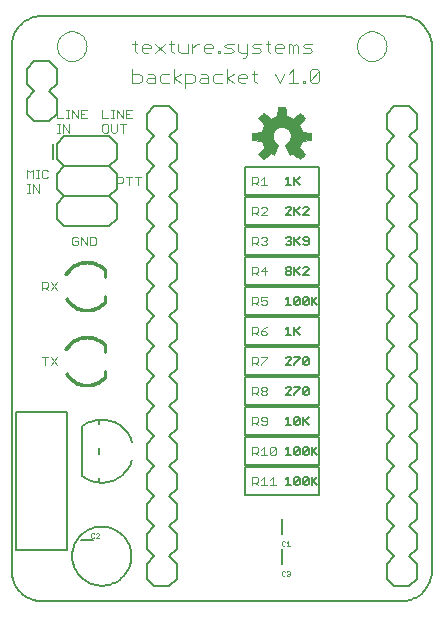
<source format=gto>
G75*
%MOIN*%
%OFA0B0*%
%FSLAX24Y24*%
%IPPOS*%
%LPD*%
%AMOC8*
5,1,8,0,0,1.08239X$1,22.5*
%
%ADD10C,0.0080*%
%ADD11C,0.0000*%
%ADD12C,0.0040*%
%ADD13C,0.0030*%
%ADD14C,0.0010*%
%ADD15C,0.0100*%
%ADD16C,0.0050*%
D10*
X021500Y001250D02*
X021500Y018750D01*
X022250Y018250D02*
X022750Y018250D01*
X023000Y018000D01*
X023000Y017500D01*
X022750Y017250D01*
X023000Y017000D01*
X023000Y016500D01*
X022750Y016250D01*
X022250Y016250D01*
X022000Y016500D01*
X022000Y017000D01*
X022250Y017250D01*
X022000Y017500D01*
X022000Y018000D01*
X022250Y018250D01*
X021500Y018750D02*
X021502Y018810D01*
X021507Y018871D01*
X021516Y018930D01*
X021529Y018989D01*
X021545Y019048D01*
X021565Y019105D01*
X021588Y019160D01*
X021615Y019215D01*
X021644Y019267D01*
X021677Y019318D01*
X021713Y019367D01*
X021751Y019413D01*
X021793Y019457D01*
X021837Y019499D01*
X021883Y019537D01*
X021932Y019573D01*
X021983Y019606D01*
X022035Y019635D01*
X022090Y019662D01*
X022145Y019685D01*
X022202Y019705D01*
X022261Y019721D01*
X022320Y019734D01*
X022379Y019743D01*
X022440Y019748D01*
X022500Y019750D01*
X034500Y019750D01*
X034560Y019748D01*
X034621Y019743D01*
X034680Y019734D01*
X034739Y019721D01*
X034798Y019705D01*
X034855Y019685D01*
X034910Y019662D01*
X034965Y019635D01*
X035017Y019606D01*
X035068Y019573D01*
X035117Y019537D01*
X035163Y019499D01*
X035207Y019457D01*
X035249Y019413D01*
X035287Y019367D01*
X035323Y019318D01*
X035356Y019267D01*
X035385Y019215D01*
X035412Y019160D01*
X035435Y019105D01*
X035455Y019048D01*
X035471Y018989D01*
X035484Y018930D01*
X035493Y018871D01*
X035498Y018810D01*
X035500Y018750D01*
X035500Y001250D01*
X035000Y001500D02*
X035000Y001000D01*
X034750Y000750D01*
X034250Y000750D01*
X034000Y001000D01*
X034000Y001500D01*
X034250Y001750D01*
X034000Y002000D01*
X034000Y002500D01*
X034250Y002750D01*
X034000Y003000D01*
X034000Y003500D01*
X034250Y003750D01*
X034000Y004000D01*
X034000Y004500D01*
X034250Y004750D01*
X034000Y005000D01*
X034000Y005500D01*
X034250Y005750D01*
X034000Y006000D01*
X034000Y006500D01*
X034250Y006750D01*
X034000Y007000D01*
X034000Y007500D01*
X034250Y007750D01*
X034000Y008000D01*
X034000Y008500D01*
X034250Y008750D01*
X034000Y009000D01*
X034000Y009500D01*
X034250Y009750D01*
X034000Y010000D01*
X034000Y010500D01*
X034250Y010750D01*
X034000Y011000D01*
X034000Y011500D01*
X034250Y011750D01*
X034000Y012000D01*
X034000Y012500D01*
X034250Y012750D01*
X034000Y013000D01*
X034000Y013500D01*
X034250Y013750D01*
X034000Y014000D01*
X034000Y014500D01*
X034250Y014750D01*
X034000Y015000D01*
X034000Y015500D01*
X034250Y015750D01*
X034000Y016000D01*
X034000Y016500D01*
X034250Y016750D01*
X034750Y016750D01*
X035000Y016500D01*
X035000Y016000D01*
X034750Y015750D01*
X035000Y015500D01*
X035000Y015000D01*
X034750Y014750D01*
X035000Y014500D01*
X035000Y014000D01*
X034750Y013750D01*
X035000Y013500D01*
X035000Y013000D01*
X034750Y012750D01*
X035000Y012500D01*
X035000Y012000D01*
X034750Y011750D01*
X035000Y011500D01*
X035000Y011000D01*
X034750Y010750D01*
X035000Y010500D01*
X035000Y010000D01*
X034750Y009750D01*
X035000Y009500D01*
X035000Y009000D01*
X034750Y008750D01*
X035000Y008500D01*
X035000Y008000D01*
X034750Y007750D01*
X035000Y007500D01*
X035000Y007000D01*
X034750Y006750D01*
X035000Y006500D01*
X035000Y006000D01*
X034750Y005750D01*
X035000Y005500D01*
X035000Y005000D01*
X034750Y004750D01*
X035000Y004500D01*
X035000Y004000D01*
X034750Y003750D01*
X035000Y003500D01*
X035000Y003000D01*
X034750Y002750D01*
X035000Y002500D01*
X035000Y002000D01*
X034750Y001750D01*
X035000Y001500D01*
X035500Y001250D02*
X035498Y001190D01*
X035493Y001129D01*
X035484Y001070D01*
X035471Y001011D01*
X035455Y000952D01*
X035435Y000895D01*
X035412Y000840D01*
X035385Y000785D01*
X035356Y000733D01*
X035323Y000682D01*
X035287Y000633D01*
X035249Y000587D01*
X035207Y000543D01*
X035163Y000501D01*
X035117Y000463D01*
X035068Y000427D01*
X035017Y000394D01*
X034965Y000365D01*
X034910Y000338D01*
X034855Y000315D01*
X034798Y000295D01*
X034739Y000279D01*
X034680Y000266D01*
X034621Y000257D01*
X034560Y000252D01*
X034500Y000250D01*
X022500Y000250D01*
X022440Y000252D01*
X022379Y000257D01*
X022320Y000266D01*
X022261Y000279D01*
X022202Y000295D01*
X022145Y000315D01*
X022090Y000338D01*
X022035Y000365D01*
X021983Y000394D01*
X021932Y000427D01*
X021883Y000463D01*
X021837Y000501D01*
X021793Y000543D01*
X021751Y000587D01*
X021713Y000633D01*
X021677Y000682D01*
X021644Y000733D01*
X021615Y000785D01*
X021588Y000840D01*
X021565Y000895D01*
X021545Y000952D01*
X021529Y001011D01*
X021516Y001070D01*
X021507Y001129D01*
X021502Y001190D01*
X021500Y001250D01*
X021644Y001961D02*
X021644Y006539D01*
X023356Y006539D01*
X023356Y001961D01*
X021644Y001961D01*
X023800Y002300D02*
X024200Y002300D01*
X023516Y001750D02*
X023518Y001812D01*
X023524Y001875D01*
X023534Y001936D01*
X023548Y001997D01*
X023565Y002057D01*
X023586Y002116D01*
X023612Y002173D01*
X023640Y002228D01*
X023672Y002282D01*
X023708Y002333D01*
X023746Y002383D01*
X023788Y002429D01*
X023832Y002473D01*
X023880Y002514D01*
X023929Y002552D01*
X023981Y002586D01*
X024035Y002617D01*
X024091Y002645D01*
X024149Y002669D01*
X024208Y002690D01*
X024268Y002706D01*
X024329Y002719D01*
X024391Y002728D01*
X024453Y002733D01*
X024516Y002734D01*
X024578Y002731D01*
X024640Y002724D01*
X024702Y002713D01*
X024762Y002698D01*
X024822Y002680D01*
X024880Y002658D01*
X024937Y002632D01*
X024992Y002602D01*
X025045Y002569D01*
X025096Y002533D01*
X025144Y002494D01*
X025190Y002451D01*
X025233Y002406D01*
X025273Y002358D01*
X025310Y002308D01*
X025344Y002255D01*
X025375Y002201D01*
X025401Y002145D01*
X025425Y002087D01*
X025444Y002027D01*
X025460Y001967D01*
X025472Y001905D01*
X025480Y001844D01*
X025484Y001781D01*
X025484Y001719D01*
X025480Y001656D01*
X025472Y001595D01*
X025460Y001533D01*
X025444Y001473D01*
X025425Y001413D01*
X025401Y001355D01*
X025375Y001299D01*
X025344Y001245D01*
X025310Y001192D01*
X025273Y001142D01*
X025233Y001094D01*
X025190Y001049D01*
X025144Y001006D01*
X025096Y000967D01*
X025045Y000931D01*
X024992Y000898D01*
X024937Y000868D01*
X024880Y000842D01*
X024822Y000820D01*
X024762Y000802D01*
X024702Y000787D01*
X024640Y000776D01*
X024578Y000769D01*
X024516Y000766D01*
X024453Y000767D01*
X024391Y000772D01*
X024329Y000781D01*
X024268Y000794D01*
X024208Y000810D01*
X024149Y000831D01*
X024091Y000855D01*
X024035Y000883D01*
X023981Y000914D01*
X023929Y000948D01*
X023880Y000986D01*
X023832Y001027D01*
X023788Y001071D01*
X023746Y001117D01*
X023708Y001167D01*
X023672Y001218D01*
X023640Y001272D01*
X023612Y001327D01*
X023586Y001384D01*
X023565Y001443D01*
X023548Y001503D01*
X023534Y001564D01*
X023524Y001625D01*
X023518Y001688D01*
X023516Y001750D01*
X026000Y001500D02*
X026000Y001000D01*
X026250Y000750D01*
X026750Y000750D01*
X027000Y001000D01*
X027000Y001500D01*
X026750Y001750D01*
X027000Y002000D01*
X027000Y002500D01*
X026750Y002750D01*
X027000Y003000D01*
X027000Y003500D01*
X026750Y003750D01*
X027000Y004000D01*
X027000Y004500D01*
X026750Y004750D01*
X027000Y005000D01*
X027000Y005500D01*
X026750Y005750D01*
X027000Y006000D01*
X027000Y006500D01*
X026750Y006750D01*
X027000Y007000D01*
X027000Y007500D01*
X026750Y007750D01*
X027000Y008000D01*
X027000Y008500D01*
X026750Y008750D01*
X027000Y009000D01*
X027000Y009500D01*
X026750Y009750D01*
X027000Y010000D01*
X027000Y010500D01*
X026750Y010750D01*
X027000Y011000D01*
X027000Y011500D01*
X026750Y011750D01*
X027000Y012000D01*
X027000Y012500D01*
X026750Y012750D01*
X027000Y013000D01*
X027000Y013500D01*
X026750Y013750D01*
X027000Y014000D01*
X027000Y014500D01*
X026750Y014750D01*
X027000Y015000D01*
X027000Y015500D01*
X026750Y015750D01*
X027000Y016000D01*
X027000Y016500D01*
X026750Y016750D01*
X026250Y016750D01*
X026000Y016500D01*
X026000Y016000D01*
X026250Y015750D01*
X026000Y015500D01*
X026000Y015000D01*
X026250Y014750D01*
X026000Y014500D01*
X026000Y014000D01*
X026250Y013750D01*
X026000Y013500D01*
X026000Y013000D01*
X026250Y012750D01*
X026000Y012500D01*
X026000Y012000D01*
X026250Y011750D01*
X026000Y011500D01*
X026000Y011000D01*
X026250Y010750D01*
X026000Y010500D01*
X026000Y010000D01*
X026250Y009750D01*
X026000Y009500D01*
X026000Y009000D01*
X026250Y008750D01*
X026000Y008500D01*
X026000Y008000D01*
X026250Y007750D01*
X026000Y007500D01*
X026000Y007000D01*
X026250Y006750D01*
X026000Y006500D01*
X026000Y006000D01*
X026250Y005750D01*
X026000Y005500D01*
X026000Y005000D01*
X026250Y004750D01*
X026000Y004500D01*
X026000Y004000D01*
X026250Y003750D01*
X026000Y003500D01*
X026000Y003000D01*
X026250Y002750D01*
X026000Y002500D01*
X026000Y002000D01*
X026250Y001750D01*
X026000Y001500D01*
X026250Y000750D02*
X026750Y000750D01*
X030500Y001500D02*
X030500Y002000D01*
X030500Y002500D02*
X030500Y003000D01*
X031740Y003778D02*
X029260Y003778D01*
X029260Y004722D01*
X031740Y004722D01*
X031740Y003778D01*
X031740Y004778D02*
X029260Y004778D01*
X029260Y005722D01*
X031740Y005722D01*
X031740Y004778D01*
X031740Y005778D02*
X029260Y005778D01*
X029260Y006722D01*
X031740Y006722D01*
X031740Y005778D01*
X031740Y006778D02*
X029260Y006778D01*
X029260Y007722D01*
X031740Y007722D01*
X031740Y006778D01*
X031740Y007778D02*
X029260Y007778D01*
X029260Y008722D01*
X031740Y008722D01*
X031740Y007778D01*
X031740Y008778D02*
X029260Y008778D01*
X029260Y009722D01*
X031740Y009722D01*
X031740Y008778D01*
X031740Y009778D02*
X029260Y009778D01*
X029260Y010722D01*
X031740Y010722D01*
X031740Y009778D01*
X031740Y010778D02*
X029260Y010778D01*
X029260Y011722D01*
X031740Y011722D01*
X031740Y010778D01*
X031740Y011778D02*
X029260Y011778D01*
X029260Y012722D01*
X031740Y012722D01*
X031740Y011778D01*
X031740Y012778D02*
X029260Y012778D01*
X029260Y013722D01*
X031740Y013722D01*
X031740Y012778D01*
X031740Y013778D02*
X029260Y013778D01*
X029260Y014722D01*
X031740Y014722D01*
X031740Y013778D01*
X034250Y016750D02*
X034750Y016750D01*
X026750Y016750D02*
X026250Y016750D01*
X025000Y015500D02*
X024750Y015750D01*
X023250Y015750D01*
X023000Y015500D01*
X023000Y015000D01*
X023250Y014750D01*
X024750Y014750D01*
X025000Y014500D01*
X025000Y014000D01*
X024750Y013750D01*
X023250Y013750D01*
X023000Y013500D01*
X023000Y013000D01*
X023250Y012750D01*
X024750Y012750D01*
X025000Y013000D01*
X025000Y013500D01*
X024750Y013750D01*
X023250Y013750D02*
X023000Y014000D01*
X023000Y014500D01*
X023250Y014750D01*
X022868Y015000D02*
X022868Y015500D01*
X024750Y014750D02*
X025000Y015000D01*
X025000Y015500D01*
X024400Y006295D02*
X024400Y006137D01*
X023850Y006075D02*
X023850Y004425D01*
X024400Y004363D02*
X024400Y004205D01*
X024400Y005137D02*
X024400Y005363D01*
X023850Y004425D02*
X023901Y004388D01*
X023954Y004353D01*
X024010Y004321D01*
X024067Y004293D01*
X024126Y004269D01*
X024186Y004248D01*
X024247Y004231D01*
X024309Y004217D01*
X024372Y004208D01*
X024435Y004202D01*
X024499Y004200D01*
X024563Y004202D01*
X024626Y004208D01*
X024689Y004217D01*
X024751Y004230D01*
X024812Y004248D01*
X024872Y004268D01*
X024931Y004293D01*
X024988Y004320D01*
X025044Y004352D01*
X025097Y004386D01*
X025148Y004424D01*
X025197Y004465D01*
X025243Y004509D01*
X025287Y004555D01*
X025328Y004604D01*
X025365Y004655D01*
X025400Y004709D01*
X025431Y004764D01*
X025459Y004821D01*
X025483Y004880D01*
X025503Y004940D01*
X025503Y005560D02*
X025483Y005620D01*
X025459Y005679D01*
X025431Y005736D01*
X025400Y005791D01*
X025365Y005845D01*
X025328Y005896D01*
X025287Y005945D01*
X025243Y005991D01*
X025197Y006035D01*
X025148Y006076D01*
X025097Y006114D01*
X025044Y006148D01*
X024988Y006179D01*
X024931Y006207D01*
X024872Y006232D01*
X024812Y006252D01*
X024751Y006270D01*
X024689Y006283D01*
X024626Y006292D01*
X024563Y006298D01*
X024499Y006300D01*
X024435Y006298D01*
X024372Y006292D01*
X024309Y006283D01*
X024247Y006269D01*
X024186Y006252D01*
X024126Y006231D01*
X024067Y006207D01*
X024010Y006179D01*
X023954Y006147D01*
X023901Y006112D01*
X023850Y006075D01*
X034250Y000750D02*
X034750Y000750D01*
D11*
X033008Y018750D02*
X033010Y018794D01*
X033016Y018838D01*
X033026Y018881D01*
X033039Y018923D01*
X033057Y018963D01*
X033078Y019002D01*
X033102Y019039D01*
X033129Y019074D01*
X033160Y019106D01*
X033193Y019135D01*
X033229Y019161D01*
X033267Y019183D01*
X033307Y019202D01*
X033348Y019218D01*
X033391Y019230D01*
X033434Y019238D01*
X033478Y019242D01*
X033522Y019242D01*
X033566Y019238D01*
X033609Y019230D01*
X033652Y019218D01*
X033693Y019202D01*
X033733Y019183D01*
X033771Y019161D01*
X033807Y019135D01*
X033840Y019106D01*
X033871Y019074D01*
X033898Y019039D01*
X033922Y019002D01*
X033943Y018963D01*
X033961Y018923D01*
X033974Y018881D01*
X033984Y018838D01*
X033990Y018794D01*
X033992Y018750D01*
X033990Y018706D01*
X033984Y018662D01*
X033974Y018619D01*
X033961Y018577D01*
X033943Y018537D01*
X033922Y018498D01*
X033898Y018461D01*
X033871Y018426D01*
X033840Y018394D01*
X033807Y018365D01*
X033771Y018339D01*
X033733Y018317D01*
X033693Y018298D01*
X033652Y018282D01*
X033609Y018270D01*
X033566Y018262D01*
X033522Y018258D01*
X033478Y018258D01*
X033434Y018262D01*
X033391Y018270D01*
X033348Y018282D01*
X033307Y018298D01*
X033267Y018317D01*
X033229Y018339D01*
X033193Y018365D01*
X033160Y018394D01*
X033129Y018426D01*
X033102Y018461D01*
X033078Y018498D01*
X033057Y018537D01*
X033039Y018577D01*
X033026Y018619D01*
X033016Y018662D01*
X033010Y018706D01*
X033008Y018750D01*
X023008Y018750D02*
X023010Y018794D01*
X023016Y018838D01*
X023026Y018881D01*
X023039Y018923D01*
X023057Y018963D01*
X023078Y019002D01*
X023102Y019039D01*
X023129Y019074D01*
X023160Y019106D01*
X023193Y019135D01*
X023229Y019161D01*
X023267Y019183D01*
X023307Y019202D01*
X023348Y019218D01*
X023391Y019230D01*
X023434Y019238D01*
X023478Y019242D01*
X023522Y019242D01*
X023566Y019238D01*
X023609Y019230D01*
X023652Y019218D01*
X023693Y019202D01*
X023733Y019183D01*
X023771Y019161D01*
X023807Y019135D01*
X023840Y019106D01*
X023871Y019074D01*
X023898Y019039D01*
X023922Y019002D01*
X023943Y018963D01*
X023961Y018923D01*
X023974Y018881D01*
X023984Y018838D01*
X023990Y018794D01*
X023992Y018750D01*
X023990Y018706D01*
X023984Y018662D01*
X023974Y018619D01*
X023961Y018577D01*
X023943Y018537D01*
X023922Y018498D01*
X023898Y018461D01*
X023871Y018426D01*
X023840Y018394D01*
X023807Y018365D01*
X023771Y018339D01*
X023733Y018317D01*
X023693Y018298D01*
X023652Y018282D01*
X023609Y018270D01*
X023566Y018262D01*
X023522Y018258D01*
X023478Y018258D01*
X023434Y018262D01*
X023391Y018270D01*
X023348Y018282D01*
X023307Y018298D01*
X023267Y018317D01*
X023229Y018339D01*
X023193Y018365D01*
X023160Y018394D01*
X023129Y018426D01*
X023102Y018461D01*
X023078Y018498D01*
X023057Y018537D01*
X023039Y018577D01*
X023026Y018619D01*
X023016Y018662D01*
X023010Y018706D01*
X023008Y018750D01*
D12*
X025520Y018827D02*
X025673Y018827D01*
X025597Y018904D02*
X025597Y018597D01*
X025673Y018520D01*
X025827Y018597D02*
X025827Y018750D01*
X025904Y018827D01*
X026057Y018827D01*
X026134Y018750D01*
X026134Y018673D01*
X025827Y018673D01*
X025827Y018597D02*
X025904Y018520D01*
X026057Y018520D01*
X026287Y018520D02*
X026594Y018827D01*
X026748Y018827D02*
X026901Y018827D01*
X026824Y018904D02*
X026824Y018597D01*
X026901Y018520D01*
X027055Y018597D02*
X027131Y018520D01*
X027362Y018520D01*
X027362Y018827D01*
X027515Y018827D02*
X027515Y018520D01*
X027515Y018673D02*
X027668Y018827D01*
X027745Y018827D01*
X027899Y018750D02*
X027899Y018597D01*
X027975Y018520D01*
X028129Y018520D01*
X028206Y018673D02*
X027899Y018673D01*
X027899Y018750D02*
X027975Y018827D01*
X028129Y018827D01*
X028206Y018750D01*
X028206Y018673D01*
X028359Y018597D02*
X028436Y018597D01*
X028436Y018520D01*
X028359Y018520D01*
X028359Y018597D01*
X028589Y018520D02*
X028819Y018520D01*
X028896Y018597D01*
X028819Y018673D01*
X028666Y018673D01*
X028589Y018750D01*
X028666Y018827D01*
X028896Y018827D01*
X029050Y018827D02*
X029050Y018597D01*
X029126Y018520D01*
X029357Y018520D01*
X029357Y018443D02*
X029280Y018367D01*
X029203Y018367D01*
X029357Y018443D02*
X029357Y018827D01*
X029510Y018750D02*
X029587Y018827D01*
X029817Y018827D01*
X029970Y018827D02*
X030124Y018827D01*
X030047Y018904D02*
X030047Y018597D01*
X030124Y018520D01*
X030277Y018597D02*
X030277Y018750D01*
X030354Y018827D01*
X030508Y018827D01*
X030584Y018750D01*
X030584Y018673D01*
X030277Y018673D01*
X030277Y018597D02*
X030354Y018520D01*
X030508Y018520D01*
X030738Y018520D02*
X030738Y018827D01*
X030815Y018827D01*
X030891Y018750D01*
X030968Y018827D01*
X031045Y018750D01*
X031045Y018520D01*
X031198Y018520D02*
X031428Y018520D01*
X031505Y018597D01*
X031428Y018673D01*
X031275Y018673D01*
X031198Y018750D01*
X031275Y018827D01*
X031505Y018827D01*
X030891Y018750D02*
X030891Y018520D01*
X030891Y017980D02*
X030891Y017520D01*
X030738Y017520D02*
X031045Y017520D01*
X031198Y017520D02*
X031275Y017520D01*
X031275Y017597D01*
X031198Y017597D01*
X031198Y017520D01*
X031428Y017597D02*
X031428Y017904D01*
X031505Y017980D01*
X031659Y017980D01*
X031735Y017904D01*
X031428Y017597D01*
X031505Y017520D01*
X031659Y017520D01*
X031735Y017597D01*
X031735Y017904D01*
X030891Y017980D02*
X030738Y017827D01*
X030584Y017827D02*
X030431Y017520D01*
X030277Y017827D01*
X029664Y017827D02*
X029510Y017827D01*
X029587Y017904D02*
X029587Y017597D01*
X029664Y017520D01*
X029357Y017673D02*
X029357Y017750D01*
X029280Y017827D01*
X029126Y017827D01*
X029050Y017750D01*
X029050Y017597D01*
X029126Y017520D01*
X029280Y017520D01*
X029357Y017673D02*
X029050Y017673D01*
X028896Y017520D02*
X028666Y017673D01*
X028896Y017827D01*
X028666Y017980D02*
X028666Y017520D01*
X028513Y017520D02*
X028282Y017520D01*
X028206Y017597D01*
X028206Y017750D01*
X028282Y017827D01*
X028513Y017827D01*
X028052Y017750D02*
X028052Y017520D01*
X027822Y017520D01*
X027745Y017597D01*
X027822Y017673D01*
X028052Y017673D01*
X028052Y017750D02*
X027975Y017827D01*
X027822Y017827D01*
X027592Y017750D02*
X027592Y017597D01*
X027515Y017520D01*
X027285Y017520D01*
X027285Y017367D02*
X027285Y017827D01*
X027515Y017827D01*
X027592Y017750D01*
X027131Y017827D02*
X026901Y017673D01*
X027131Y017520D01*
X026901Y017520D02*
X026901Y017980D01*
X026748Y017827D02*
X026518Y017827D01*
X026441Y017750D01*
X026441Y017597D01*
X026518Y017520D01*
X026748Y017520D01*
X026287Y017520D02*
X026057Y017520D01*
X025980Y017597D01*
X026057Y017673D01*
X026287Y017673D01*
X026287Y017750D02*
X026287Y017520D01*
X026287Y017750D02*
X026211Y017827D01*
X026057Y017827D01*
X025827Y017750D02*
X025827Y017597D01*
X025750Y017520D01*
X025520Y017520D01*
X025520Y017980D01*
X025520Y017827D02*
X025750Y017827D01*
X025827Y017750D01*
X026594Y018520D02*
X026287Y018827D01*
X027055Y018827D02*
X027055Y018597D01*
X029510Y018520D02*
X029740Y018520D01*
X029817Y018597D01*
X029740Y018673D01*
X029587Y018673D01*
X029510Y018750D01*
D13*
X030380Y016727D02*
X030348Y016409D01*
X030241Y016375D01*
X030141Y016324D01*
X029894Y016526D01*
X029724Y016356D01*
X029926Y016109D01*
X029875Y016009D01*
X029841Y015902D01*
X029523Y015870D01*
X029523Y015630D01*
X029841Y015598D01*
X029875Y015491D01*
X029926Y015391D01*
X029724Y015144D01*
X029894Y014974D01*
X030141Y015176D01*
X030241Y015125D01*
X030382Y015466D01*
X030329Y015494D01*
X030282Y015532D01*
X030244Y015579D01*
X030216Y015632D01*
X030198Y015690D01*
X030192Y015750D01*
X030199Y015813D01*
X030218Y015873D01*
X030249Y015928D01*
X030291Y015975D01*
X030341Y016013D01*
X030398Y016040D01*
X030460Y016055D01*
X030523Y016057D01*
X030585Y016046D01*
X030644Y016022D01*
X030696Y015987D01*
X030740Y015942D01*
X030775Y015889D01*
X030797Y015830D01*
X030807Y015767D01*
X030804Y015704D01*
X030788Y015643D01*
X030760Y015586D01*
X030722Y015537D01*
X030673Y015496D01*
X030618Y015466D01*
X030759Y015125D01*
X030859Y015176D01*
X031106Y014974D01*
X031276Y015144D01*
X031074Y015391D01*
X031125Y015491D01*
X031159Y015598D01*
X031477Y015630D01*
X031477Y015870D01*
X031159Y015902D01*
X031125Y016009D01*
X031074Y016109D01*
X031276Y016356D01*
X031106Y016526D01*
X030859Y016324D01*
X030759Y016375D01*
X030652Y016409D01*
X030620Y016727D01*
X030380Y016727D01*
X030380Y016722D02*
X030620Y016722D01*
X030623Y016693D02*
X030377Y016693D01*
X030374Y016665D02*
X030626Y016665D01*
X030629Y016636D02*
X030371Y016636D01*
X030368Y016608D02*
X030632Y016608D01*
X030635Y016579D02*
X030365Y016579D01*
X030362Y016551D02*
X030638Y016551D01*
X030641Y016522D02*
X030359Y016522D01*
X030356Y016494D02*
X030644Y016494D01*
X030647Y016465D02*
X030353Y016465D01*
X030351Y016437D02*
X030649Y016437D01*
X030656Y016408D02*
X030344Y016408D01*
X030255Y016380D02*
X030745Y016380D01*
X030805Y016351D02*
X030195Y016351D01*
X030108Y016351D02*
X029728Y016351D01*
X029748Y016380D02*
X030073Y016380D01*
X030038Y016408D02*
X029777Y016408D01*
X029805Y016437D02*
X030003Y016437D01*
X029968Y016465D02*
X029834Y016465D01*
X029862Y016494D02*
X029933Y016494D01*
X029898Y016522D02*
X029891Y016522D01*
X029752Y016323D02*
X031248Y016323D01*
X031225Y016294D02*
X029775Y016294D01*
X029798Y016266D02*
X031202Y016266D01*
X031179Y016237D02*
X029821Y016237D01*
X029844Y016209D02*
X031156Y016209D01*
X031132Y016180D02*
X029868Y016180D01*
X029891Y016152D02*
X031109Y016152D01*
X031086Y016123D02*
X029914Y016123D01*
X029919Y016095D02*
X031081Y016095D01*
X031096Y016066D02*
X029904Y016066D01*
X029890Y016038D02*
X030393Y016038D01*
X030336Y016009D02*
X029875Y016009D01*
X029866Y015981D02*
X030298Y015981D01*
X030270Y015952D02*
X029857Y015952D01*
X029848Y015924D02*
X030247Y015924D01*
X030231Y015895D02*
X029772Y015895D01*
X029523Y015867D02*
X030216Y015867D01*
X030207Y015838D02*
X029523Y015838D01*
X029523Y015810D02*
X030199Y015810D01*
X030196Y015781D02*
X029523Y015781D01*
X029523Y015753D02*
X030193Y015753D01*
X030195Y015724D02*
X029523Y015724D01*
X029523Y015696D02*
X030198Y015696D01*
X030205Y015667D02*
X029523Y015667D01*
X029523Y015639D02*
X030214Y015639D01*
X030228Y015610D02*
X029718Y015610D01*
X029846Y015582D02*
X030243Y015582D01*
X030265Y015553D02*
X029855Y015553D01*
X029864Y015525D02*
X030292Y015525D01*
X030327Y015496D02*
X029873Y015496D01*
X029887Y015468D02*
X030379Y015468D01*
X030371Y015439D02*
X029902Y015439D01*
X029916Y015411D02*
X030359Y015411D01*
X030348Y015382D02*
X029919Y015382D01*
X029895Y015354D02*
X030336Y015354D01*
X030324Y015325D02*
X029872Y015325D01*
X029849Y015297D02*
X030312Y015297D01*
X030300Y015268D02*
X029826Y015268D01*
X029802Y015240D02*
X030289Y015240D01*
X030277Y015211D02*
X029779Y015211D01*
X029756Y015183D02*
X030265Y015183D01*
X030253Y015154D02*
X030184Y015154D01*
X030239Y015126D02*
X030241Y015126D01*
X030115Y015154D02*
X029733Y015154D01*
X029743Y015126D02*
X030080Y015126D01*
X030045Y015097D02*
X029771Y015097D01*
X029800Y015069D02*
X030010Y015069D01*
X029975Y015040D02*
X029828Y015040D01*
X029857Y015012D02*
X029940Y015012D01*
X029905Y014983D02*
X029885Y014983D01*
X030652Y015382D02*
X031081Y015382D01*
X031084Y015411D02*
X030641Y015411D01*
X030629Y015439D02*
X031098Y015439D01*
X031113Y015468D02*
X030621Y015468D01*
X030674Y015496D02*
X031127Y015496D01*
X031136Y015525D02*
X030707Y015525D01*
X030735Y015553D02*
X031145Y015553D01*
X031154Y015582D02*
X030757Y015582D01*
X030772Y015610D02*
X031282Y015610D01*
X031477Y015639D02*
X030786Y015639D01*
X030795Y015667D02*
X031477Y015667D01*
X031477Y015696D02*
X030802Y015696D01*
X030805Y015724D02*
X031477Y015724D01*
X031477Y015753D02*
X030806Y015753D01*
X030805Y015781D02*
X031477Y015781D01*
X031477Y015810D02*
X030800Y015810D01*
X030794Y015838D02*
X031477Y015838D01*
X031477Y015867D02*
X030783Y015867D01*
X030770Y015895D02*
X031228Y015895D01*
X031152Y015924D02*
X030752Y015924D01*
X030730Y015952D02*
X031143Y015952D01*
X031134Y015981D02*
X030702Y015981D01*
X030663Y016009D02*
X031125Y016009D01*
X031110Y016038D02*
X030605Y016038D01*
X030892Y016351D02*
X031272Y016351D01*
X031252Y016380D02*
X030927Y016380D01*
X030962Y016408D02*
X031223Y016408D01*
X031195Y016437D02*
X030997Y016437D01*
X031032Y016465D02*
X031166Y016465D01*
X031138Y016494D02*
X031067Y016494D01*
X031102Y016522D02*
X031109Y016522D01*
X031105Y015354D02*
X030664Y015354D01*
X030676Y015325D02*
X031128Y015325D01*
X031151Y015297D02*
X030688Y015297D01*
X030700Y015268D02*
X031174Y015268D01*
X031198Y015240D02*
X030711Y015240D01*
X030723Y015211D02*
X031221Y015211D01*
X031244Y015183D02*
X030735Y015183D01*
X030747Y015154D02*
X030816Y015154D01*
X030761Y015126D02*
X030759Y015126D01*
X030885Y015154D02*
X031267Y015154D01*
X031257Y015126D02*
X030920Y015126D01*
X030955Y015097D02*
X031229Y015097D01*
X031200Y015069D02*
X030990Y015069D01*
X031025Y015040D02*
X031172Y015040D01*
X031143Y015012D02*
X031060Y015012D01*
X031095Y014983D02*
X031115Y014983D01*
X029906Y014395D02*
X029810Y014298D01*
X029708Y014250D02*
X029660Y014202D01*
X029515Y014202D01*
X029612Y014202D02*
X029708Y014105D01*
X029810Y014105D02*
X030003Y014105D01*
X029906Y014105D02*
X029906Y014395D01*
X029708Y014347D02*
X029708Y014250D01*
X029708Y014347D02*
X029660Y014395D01*
X029515Y014395D01*
X029515Y014105D01*
X029515Y013395D02*
X029660Y013395D01*
X029708Y013347D01*
X029708Y013250D01*
X029660Y013202D01*
X029515Y013202D01*
X029612Y013202D02*
X029708Y013105D01*
X029810Y013105D02*
X030003Y013298D01*
X030003Y013347D01*
X029955Y013395D01*
X029858Y013395D01*
X029810Y013347D01*
X029515Y013395D02*
X029515Y013105D01*
X029810Y013105D02*
X030003Y013105D01*
X029955Y012395D02*
X029858Y012395D01*
X029810Y012347D01*
X029708Y012347D02*
X029708Y012250D01*
X029660Y012202D01*
X029515Y012202D01*
X029612Y012202D02*
X029708Y012105D01*
X029810Y012153D02*
X029858Y012105D01*
X029955Y012105D01*
X030003Y012153D01*
X030003Y012202D01*
X029955Y012250D01*
X029906Y012250D01*
X029955Y012250D02*
X030003Y012298D01*
X030003Y012347D01*
X029955Y012395D01*
X029708Y012347D02*
X029660Y012395D01*
X029515Y012395D01*
X029515Y012105D01*
X029515Y011395D02*
X029660Y011395D01*
X029708Y011347D01*
X029708Y011250D01*
X029660Y011202D01*
X029515Y011202D01*
X029612Y011202D02*
X029708Y011105D01*
X029810Y011250D02*
X030003Y011250D01*
X029955Y011105D02*
X029955Y011395D01*
X029810Y011250D01*
X029515Y011105D02*
X029515Y011395D01*
X029515Y010395D02*
X029660Y010395D01*
X029708Y010347D01*
X029708Y010250D01*
X029660Y010202D01*
X029515Y010202D01*
X029612Y010202D02*
X029708Y010105D01*
X029810Y010153D02*
X029858Y010105D01*
X029955Y010105D01*
X030003Y010153D01*
X030003Y010250D01*
X029955Y010298D01*
X029906Y010298D01*
X029810Y010250D01*
X029810Y010395D01*
X030003Y010395D01*
X029515Y010395D02*
X029515Y010105D01*
X029515Y009395D02*
X029660Y009395D01*
X029708Y009347D01*
X029708Y009250D01*
X029660Y009202D01*
X029515Y009202D01*
X029612Y009202D02*
X029708Y009105D01*
X029810Y009153D02*
X029858Y009105D01*
X029955Y009105D01*
X030003Y009153D01*
X030003Y009202D01*
X029955Y009250D01*
X029810Y009250D01*
X029810Y009153D01*
X029810Y009250D02*
X029906Y009347D01*
X030003Y009395D01*
X029515Y009395D02*
X029515Y009105D01*
X029515Y008395D02*
X029660Y008395D01*
X029708Y008347D01*
X029708Y008250D01*
X029660Y008202D01*
X029515Y008202D01*
X029612Y008202D02*
X029708Y008105D01*
X029810Y008105D02*
X029810Y008153D01*
X030003Y008347D01*
X030003Y008395D01*
X029810Y008395D01*
X029515Y008395D02*
X029515Y008105D01*
X029515Y007395D02*
X029660Y007395D01*
X029708Y007347D01*
X029708Y007250D01*
X029660Y007202D01*
X029515Y007202D01*
X029612Y007202D02*
X029708Y007105D01*
X029810Y007153D02*
X029810Y007202D01*
X029858Y007250D01*
X029955Y007250D01*
X030003Y007202D01*
X030003Y007153D01*
X029955Y007105D01*
X029858Y007105D01*
X029810Y007153D01*
X029858Y007250D02*
X029810Y007298D01*
X029810Y007347D01*
X029858Y007395D01*
X029955Y007395D01*
X030003Y007347D01*
X030003Y007298D01*
X029955Y007250D01*
X029515Y007105D02*
X029515Y007395D01*
X029515Y006395D02*
X029660Y006395D01*
X029708Y006347D01*
X029708Y006250D01*
X029660Y006202D01*
X029515Y006202D01*
X029612Y006202D02*
X029708Y006105D01*
X029810Y006153D02*
X029858Y006105D01*
X029955Y006105D01*
X030003Y006153D01*
X030003Y006347D01*
X029955Y006395D01*
X029858Y006395D01*
X029810Y006347D01*
X029810Y006298D01*
X029858Y006250D01*
X030003Y006250D01*
X029515Y006105D02*
X029515Y006395D01*
X029515Y005395D02*
X029660Y005395D01*
X029708Y005347D01*
X029708Y005250D01*
X029660Y005202D01*
X029515Y005202D01*
X029612Y005202D02*
X029708Y005105D01*
X029810Y005105D02*
X030003Y005105D01*
X029906Y005105D02*
X029906Y005395D01*
X029810Y005298D01*
X030104Y005347D02*
X030104Y005153D01*
X030298Y005347D01*
X030298Y005153D01*
X030249Y005105D01*
X030153Y005105D01*
X030104Y005153D01*
X030104Y005347D02*
X030153Y005395D01*
X030249Y005395D01*
X030298Y005347D01*
X029515Y005395D02*
X029515Y005105D01*
X029515Y004395D02*
X029660Y004395D01*
X029708Y004347D01*
X029708Y004250D01*
X029660Y004202D01*
X029515Y004202D01*
X029612Y004202D02*
X029708Y004105D01*
X029810Y004105D02*
X030003Y004105D01*
X029906Y004105D02*
X029906Y004395D01*
X029810Y004298D01*
X030104Y004298D02*
X030201Y004395D01*
X030201Y004105D01*
X030104Y004105D02*
X030298Y004105D01*
X029515Y004105D02*
X029515Y004395D01*
X023003Y008105D02*
X022810Y008395D01*
X022708Y008395D02*
X022515Y008395D01*
X022612Y008395D02*
X022612Y008105D01*
X022810Y008105D02*
X023003Y008395D01*
X023003Y010605D02*
X022810Y010895D01*
X022708Y010847D02*
X022708Y010750D01*
X022660Y010702D01*
X022515Y010702D01*
X022612Y010702D02*
X022708Y010605D01*
X022810Y010605D02*
X023003Y010895D01*
X022708Y010847D02*
X022660Y010895D01*
X022515Y010895D01*
X022515Y010605D01*
X023563Y012105D02*
X023660Y012105D01*
X023708Y012153D01*
X023708Y012250D01*
X023612Y012250D01*
X023708Y012347D02*
X023660Y012395D01*
X023563Y012395D01*
X023515Y012347D01*
X023515Y012153D01*
X023563Y012105D01*
X023810Y012105D02*
X023810Y012395D01*
X024003Y012105D01*
X024003Y012395D01*
X024104Y012395D02*
X024249Y012395D01*
X024298Y012347D01*
X024298Y012153D01*
X024249Y012105D01*
X024104Y012105D01*
X024104Y012395D01*
X022405Y013865D02*
X022405Y014155D01*
X022406Y014345D02*
X022310Y014345D01*
X022358Y014345D02*
X022358Y014635D01*
X022310Y014635D02*
X022406Y014635D01*
X022506Y014587D02*
X022506Y014393D01*
X022554Y014345D01*
X022651Y014345D01*
X022700Y014393D01*
X022700Y014587D02*
X022651Y014635D01*
X022554Y014635D01*
X022506Y014587D01*
X022208Y014635D02*
X022208Y014345D01*
X022211Y014155D02*
X022405Y013865D01*
X022211Y013865D02*
X022211Y014155D01*
X022112Y014155D02*
X022015Y014155D01*
X022063Y014155D02*
X022063Y013865D01*
X022015Y013865D02*
X022112Y013865D01*
X022015Y014345D02*
X022015Y014635D01*
X022112Y014538D01*
X022208Y014635D01*
X023015Y015865D02*
X023112Y015865D01*
X023063Y015865D02*
X023063Y016155D01*
X023015Y016155D02*
X023112Y016155D01*
X023211Y016155D02*
X023405Y015865D01*
X023405Y016155D01*
X023406Y016345D02*
X023310Y016345D01*
X023358Y016345D02*
X023358Y016635D01*
X023310Y016635D02*
X023406Y016635D01*
X023506Y016635D02*
X023700Y016345D01*
X023700Y016635D01*
X023801Y016635D02*
X023801Y016345D01*
X023994Y016345D01*
X023897Y016490D02*
X023801Y016490D01*
X023801Y016635D02*
X023994Y016635D01*
X024515Y016635D02*
X024515Y016345D01*
X024708Y016345D01*
X024810Y016345D02*
X024906Y016345D01*
X024858Y016345D02*
X024858Y016635D01*
X024810Y016635D02*
X024906Y016635D01*
X025006Y016635D02*
X025200Y016345D01*
X025200Y016635D01*
X025301Y016635D02*
X025301Y016345D01*
X025494Y016345D01*
X025397Y016490D02*
X025301Y016490D01*
X025301Y016635D02*
X025494Y016635D01*
X025006Y016635D02*
X025006Y016345D01*
X025003Y016155D02*
X025003Y015913D01*
X024955Y015865D01*
X024858Y015865D01*
X024810Y015913D01*
X024810Y016155D01*
X024708Y016107D02*
X024660Y016155D01*
X024563Y016155D01*
X024515Y016107D01*
X024515Y015913D01*
X024563Y015865D01*
X024660Y015865D01*
X024708Y015913D01*
X024708Y016107D01*
X025104Y016155D02*
X025298Y016155D01*
X025201Y016155D02*
X025201Y015865D01*
X023506Y016345D02*
X023506Y016635D01*
X023208Y016345D02*
X023015Y016345D01*
X023015Y016635D01*
X023211Y016155D02*
X023211Y015865D01*
X025015Y014395D02*
X025160Y014395D01*
X025208Y014347D01*
X025208Y014250D01*
X025160Y014202D01*
X025015Y014202D01*
X025015Y014105D02*
X025015Y014395D01*
X025310Y014395D02*
X025503Y014395D01*
X025406Y014395D02*
X025406Y014105D01*
X025701Y014105D02*
X025701Y014395D01*
X025604Y014395D02*
X025798Y014395D01*
D14*
X023995Y011594D02*
X023995Y011504D01*
X023995Y011505D02*
X023941Y011503D01*
X023888Y011497D01*
X023835Y011487D01*
X023783Y011473D01*
X023732Y011456D01*
X023683Y011435D01*
X023635Y011411D01*
X023589Y011383D01*
X023545Y011352D01*
X023503Y011318D01*
X023464Y011282D01*
X023427Y011242D01*
X023394Y011200D01*
X023363Y011156D01*
X023336Y011110D01*
X023257Y011152D01*
X023285Y011201D01*
X023317Y011247D01*
X023352Y011292D01*
X023389Y011334D01*
X023430Y011374D01*
X023473Y011410D01*
X023518Y011444D01*
X023565Y011475D01*
X023615Y011502D01*
X023666Y011526D01*
X023718Y011547D01*
X023772Y011564D01*
X023827Y011577D01*
X023882Y011587D01*
X023939Y011593D01*
X023995Y011595D01*
X023995Y011586D01*
X023939Y011584D01*
X023884Y011578D01*
X023829Y011568D01*
X023774Y011555D01*
X023721Y011538D01*
X023669Y011518D01*
X023619Y011494D01*
X023570Y011467D01*
X023523Y011437D01*
X023478Y011403D01*
X023436Y011367D01*
X023396Y011328D01*
X023359Y011286D01*
X023324Y011242D01*
X023293Y011196D01*
X023265Y011148D01*
X023273Y011144D01*
X023301Y011191D01*
X023332Y011237D01*
X023366Y011280D01*
X023402Y011322D01*
X023442Y011360D01*
X023484Y011396D01*
X023528Y011429D01*
X023574Y011459D01*
X023623Y011486D01*
X023673Y011509D01*
X023724Y011530D01*
X023777Y011546D01*
X023830Y011559D01*
X023885Y011569D01*
X023940Y011575D01*
X023995Y011577D01*
X023995Y011568D01*
X023940Y011566D01*
X023886Y011560D01*
X023832Y011551D01*
X023779Y011538D01*
X023727Y011521D01*
X023676Y011501D01*
X023627Y011478D01*
X023579Y011451D01*
X023533Y011422D01*
X023489Y011389D01*
X023448Y011354D01*
X023409Y011315D01*
X023372Y011275D01*
X023339Y011232D01*
X023308Y011186D01*
X023281Y011139D01*
X023289Y011135D01*
X023316Y011182D01*
X023346Y011226D01*
X023379Y011269D01*
X023415Y011309D01*
X023454Y011347D01*
X023495Y011382D01*
X023538Y011414D01*
X023584Y011444D01*
X023631Y011470D01*
X023680Y011493D01*
X023730Y011513D01*
X023782Y011529D01*
X023834Y011542D01*
X023887Y011551D01*
X023941Y011557D01*
X023995Y011559D01*
X023995Y011550D01*
X023942Y011548D01*
X023889Y011542D01*
X023836Y011533D01*
X023784Y011520D01*
X023733Y011504D01*
X023683Y011485D01*
X023635Y011462D01*
X023588Y011436D01*
X023544Y011407D01*
X023501Y011375D01*
X023460Y011340D01*
X023422Y011303D01*
X023386Y011263D01*
X023353Y011221D01*
X023323Y011177D01*
X023296Y011131D01*
X023304Y011127D01*
X023331Y011172D01*
X023361Y011216D01*
X023393Y011257D01*
X023428Y011297D01*
X023466Y011334D01*
X023506Y011368D01*
X023549Y011400D01*
X023593Y011428D01*
X023639Y011454D01*
X023687Y011476D01*
X023736Y011496D01*
X023786Y011512D01*
X023838Y011524D01*
X023890Y011533D01*
X023942Y011539D01*
X023995Y011541D01*
X023995Y011532D01*
X023939Y011530D01*
X023884Y011523D01*
X023829Y011513D01*
X023775Y011499D01*
X023723Y011481D01*
X023671Y011460D01*
X023622Y011434D01*
X023574Y011406D01*
X023528Y011374D01*
X023485Y011339D01*
X023445Y011301D01*
X023407Y011260D01*
X023372Y011216D01*
X023341Y011170D01*
X023312Y011122D01*
X023320Y011118D01*
X023348Y011166D01*
X023379Y011211D01*
X023414Y011254D01*
X023451Y011294D01*
X023491Y011332D01*
X023534Y011367D01*
X023579Y011398D01*
X023626Y011427D01*
X023675Y011451D01*
X023726Y011473D01*
X023778Y011490D01*
X023831Y011504D01*
X023885Y011514D01*
X023940Y011521D01*
X023995Y011523D01*
X023995Y011514D01*
X023941Y011512D01*
X023887Y011506D01*
X023833Y011496D01*
X023781Y011482D01*
X023729Y011464D01*
X023679Y011443D01*
X023630Y011419D01*
X023584Y011391D01*
X023539Y011359D01*
X023497Y011325D01*
X023458Y011288D01*
X023421Y011248D01*
X023387Y011206D01*
X023356Y011161D01*
X023328Y011114D01*
X023269Y010327D02*
X023347Y010372D01*
X023347Y010371D02*
X023375Y010327D01*
X023406Y010285D01*
X023439Y010245D01*
X023475Y010207D01*
X023514Y010172D01*
X023555Y010140D01*
X023599Y010110D01*
X023644Y010084D01*
X023691Y010061D01*
X023739Y010041D01*
X023789Y010025D01*
X023839Y010012D01*
X023891Y010003D01*
X023943Y009997D01*
X023995Y009995D01*
X023996Y009906D01*
X023995Y009905D01*
X023940Y009907D01*
X023886Y009913D01*
X023831Y009922D01*
X023778Y009935D01*
X023726Y009951D01*
X023674Y009970D01*
X023624Y009993D01*
X023576Y010019D01*
X023529Y010048D01*
X023485Y010080D01*
X023442Y010115D01*
X023402Y010153D01*
X023365Y010193D01*
X023330Y010235D01*
X023298Y010280D01*
X023269Y010326D01*
X023277Y010331D01*
X023305Y010285D01*
X023337Y010241D01*
X023372Y010199D01*
X023409Y010159D01*
X023448Y010122D01*
X023490Y010087D01*
X023534Y010056D01*
X023580Y010027D01*
X023628Y010001D01*
X023678Y009979D01*
X023728Y009959D01*
X023780Y009943D01*
X023833Y009931D01*
X023887Y009922D01*
X023941Y009916D01*
X023995Y009914D01*
X023995Y009923D01*
X023941Y009925D01*
X023888Y009931D01*
X023835Y009940D01*
X023783Y009952D01*
X023731Y009968D01*
X023681Y009987D01*
X023632Y010009D01*
X023585Y010035D01*
X023539Y010063D01*
X023496Y010095D01*
X023454Y010129D01*
X023415Y010165D01*
X023378Y010205D01*
X023344Y010246D01*
X023313Y010290D01*
X023284Y010335D01*
X023292Y010340D01*
X023322Y010292D01*
X023356Y010246D01*
X023392Y010203D01*
X023432Y010162D01*
X023474Y010124D01*
X023518Y010089D01*
X023565Y010057D01*
X023614Y010029D01*
X023665Y010004D01*
X023718Y009982D01*
X023771Y009965D01*
X023826Y009951D01*
X023882Y009941D01*
X023938Y009934D01*
X023995Y009932D01*
X023995Y009941D01*
X023939Y009943D01*
X023883Y009949D01*
X023828Y009959D01*
X023774Y009973D01*
X023721Y009991D01*
X023669Y010012D01*
X023618Y010037D01*
X023570Y010065D01*
X023524Y010096D01*
X023479Y010131D01*
X023438Y010168D01*
X023399Y010209D01*
X023363Y010251D01*
X023330Y010297D01*
X023300Y010344D01*
X023308Y010349D01*
X023337Y010302D01*
X023370Y010257D01*
X023406Y010215D01*
X023444Y010175D01*
X023485Y010138D01*
X023529Y010103D01*
X023575Y010072D01*
X023623Y010045D01*
X023672Y010020D01*
X023724Y009999D01*
X023776Y009982D01*
X023830Y009968D01*
X023885Y009958D01*
X023940Y009952D01*
X023995Y009950D01*
X023995Y009959D01*
X023940Y009961D01*
X023886Y009967D01*
X023832Y009977D01*
X023779Y009991D01*
X023727Y010008D01*
X023676Y010028D01*
X023627Y010053D01*
X023580Y010080D01*
X023534Y010111D01*
X023491Y010144D01*
X023450Y010181D01*
X023412Y010221D01*
X023377Y010263D01*
X023345Y010307D01*
X023316Y010353D01*
X023324Y010358D01*
X023352Y010312D01*
X023384Y010268D01*
X023419Y010227D01*
X023457Y010188D01*
X023497Y010151D01*
X023539Y010118D01*
X023584Y010088D01*
X023631Y010060D01*
X023680Y010037D01*
X023730Y010016D01*
X023781Y009999D01*
X023834Y009986D01*
X023887Y009976D01*
X023941Y009970D01*
X023995Y009968D01*
X023995Y009977D01*
X023942Y009979D01*
X023888Y009985D01*
X023836Y009995D01*
X023784Y010008D01*
X023733Y010025D01*
X023683Y010045D01*
X023635Y010068D01*
X023589Y010095D01*
X023545Y010125D01*
X023503Y010158D01*
X023463Y010194D01*
X023426Y010233D01*
X023391Y010274D01*
X023360Y010317D01*
X023331Y010362D01*
X023339Y010367D01*
X023367Y010322D01*
X023398Y010279D01*
X023432Y010239D01*
X023469Y010201D01*
X023508Y010165D01*
X023550Y010133D01*
X023594Y010103D01*
X023640Y010076D01*
X023687Y010053D01*
X023736Y010033D01*
X023786Y010016D01*
X023838Y010003D01*
X023890Y009994D01*
X023942Y009988D01*
X023995Y009986D01*
X024004Y009906D02*
X024004Y009996D01*
X024005Y009995D02*
X024059Y009997D01*
X024112Y010003D01*
X024165Y010013D01*
X024217Y010027D01*
X024268Y010044D01*
X024318Y010065D01*
X024366Y010089D01*
X024412Y010117D01*
X024456Y010148D01*
X024497Y010182D01*
X024537Y010219D01*
X024573Y010258D01*
X024641Y010201D01*
X024642Y010200D01*
X024604Y010159D01*
X024564Y010121D01*
X024521Y010085D01*
X024476Y010052D01*
X024429Y010022D01*
X024381Y009996D01*
X024330Y009972D01*
X024278Y009952D01*
X024225Y009936D01*
X024171Y009922D01*
X024116Y009913D01*
X024061Y009907D01*
X024005Y009905D01*
X024005Y009914D01*
X024060Y009916D01*
X024115Y009922D01*
X024169Y009931D01*
X024223Y009944D01*
X024275Y009961D01*
X024327Y009980D01*
X024377Y010004D01*
X024425Y010030D01*
X024471Y010060D01*
X024516Y010092D01*
X024558Y010127D01*
X024598Y010166D01*
X024635Y010206D01*
X024628Y010212D01*
X024591Y010172D01*
X024552Y010134D01*
X024510Y010099D01*
X024466Y010067D01*
X024420Y010038D01*
X024372Y010012D01*
X024323Y009989D01*
X024272Y009969D01*
X024220Y009953D01*
X024167Y009940D01*
X024114Y009931D01*
X024059Y009925D01*
X024005Y009923D01*
X024005Y009932D01*
X024059Y009934D01*
X024112Y009940D01*
X024165Y009949D01*
X024218Y009962D01*
X024269Y009978D01*
X024320Y009997D01*
X024368Y010020D01*
X024416Y010045D01*
X024461Y010074D01*
X024505Y010106D01*
X024546Y010141D01*
X024585Y010178D01*
X024621Y010218D01*
X024614Y010224D01*
X024578Y010184D01*
X024540Y010147D01*
X024499Y010113D01*
X024456Y010082D01*
X024411Y010053D01*
X024364Y010028D01*
X024316Y010005D01*
X024266Y009986D01*
X024215Y009970D01*
X024164Y009958D01*
X024111Y009949D01*
X024058Y009943D01*
X024005Y009941D01*
X024005Y009950D01*
X024058Y009952D01*
X024110Y009958D01*
X024162Y009967D01*
X024213Y009979D01*
X024263Y009995D01*
X024313Y010014D01*
X024360Y010036D01*
X024407Y010061D01*
X024451Y010089D01*
X024493Y010120D01*
X024534Y010154D01*
X024572Y010191D01*
X024607Y010229D01*
X024601Y010235D01*
X024565Y010197D01*
X024528Y010161D01*
X024488Y010127D01*
X024446Y010097D01*
X024402Y010069D01*
X024356Y010044D01*
X024309Y010022D01*
X024260Y010003D01*
X024211Y009988D01*
X024160Y009975D01*
X024109Y009967D01*
X024057Y009961D01*
X024005Y009959D01*
X024005Y009968D01*
X024061Y009970D01*
X024116Y009977D01*
X024171Y009987D01*
X024225Y010001D01*
X024278Y010019D01*
X024329Y010041D01*
X024379Y010066D01*
X024427Y010095D01*
X024472Y010127D01*
X024515Y010162D01*
X024556Y010200D01*
X024594Y010241D01*
X024587Y010247D01*
X024550Y010206D01*
X024509Y010169D01*
X024467Y010134D01*
X024422Y010102D01*
X024374Y010074D01*
X024325Y010049D01*
X024274Y010027D01*
X024222Y010010D01*
X024169Y009996D01*
X024115Y009986D01*
X024060Y009979D01*
X024005Y009977D01*
X024005Y009986D01*
X024059Y009988D01*
X024113Y009994D01*
X024167Y010004D01*
X024220Y010018D01*
X024271Y010036D01*
X024321Y010057D01*
X024370Y010082D01*
X024417Y010110D01*
X024461Y010141D01*
X024503Y010175D01*
X024543Y010213D01*
X024580Y010253D01*
X024645Y011294D02*
X024576Y011237D01*
X024577Y011237D02*
X024540Y011277D01*
X024501Y011315D01*
X024459Y011349D01*
X024415Y011381D01*
X024369Y011409D01*
X024320Y011434D01*
X024270Y011455D01*
X024219Y011473D01*
X024166Y011486D01*
X024113Y011496D01*
X024059Y011503D01*
X024005Y011505D01*
X024004Y011594D01*
X024005Y011595D01*
X024061Y011593D01*
X024117Y011587D01*
X024172Y011577D01*
X024227Y011564D01*
X024280Y011547D01*
X024333Y011527D01*
X024384Y011503D01*
X024433Y011476D01*
X024480Y011445D01*
X024525Y011412D01*
X024568Y011376D01*
X024608Y011337D01*
X024646Y011295D01*
X024639Y011289D01*
X024602Y011330D01*
X024562Y011369D01*
X024520Y011405D01*
X024475Y011438D01*
X024428Y011468D01*
X024380Y011495D01*
X024329Y011518D01*
X024277Y011539D01*
X024224Y011555D01*
X024170Y011568D01*
X024116Y011578D01*
X024061Y011584D01*
X024005Y011586D01*
X024005Y011577D01*
X024060Y011575D01*
X024115Y011569D01*
X024169Y011560D01*
X024222Y011547D01*
X024274Y011530D01*
X024326Y011510D01*
X024375Y011487D01*
X024424Y011460D01*
X024470Y011431D01*
X024514Y011398D01*
X024556Y011362D01*
X024595Y011324D01*
X024632Y011283D01*
X024625Y011278D01*
X024589Y011318D01*
X024550Y011356D01*
X024508Y011391D01*
X024465Y011423D01*
X024419Y011453D01*
X024371Y011479D01*
X024322Y011502D01*
X024272Y011522D01*
X024220Y011538D01*
X024167Y011551D01*
X024113Y011560D01*
X024059Y011566D01*
X024005Y011568D01*
X024005Y011559D01*
X024059Y011557D01*
X024112Y011551D01*
X024165Y011542D01*
X024217Y011529D01*
X024269Y011513D01*
X024319Y011494D01*
X024367Y011471D01*
X024414Y011445D01*
X024460Y011416D01*
X024503Y011384D01*
X024544Y011349D01*
X024582Y011312D01*
X024618Y011272D01*
X024611Y011266D01*
X024576Y011305D01*
X024538Y011342D01*
X024497Y011377D01*
X024454Y011408D01*
X024410Y011437D01*
X024363Y011463D01*
X024315Y011485D01*
X024266Y011505D01*
X024215Y011521D01*
X024163Y011533D01*
X024111Y011542D01*
X024058Y011548D01*
X024005Y011550D01*
X024005Y011541D01*
X024057Y011539D01*
X024110Y011533D01*
X024161Y011524D01*
X024212Y011512D01*
X024263Y011496D01*
X024312Y011477D01*
X024359Y011455D01*
X024405Y011429D01*
X024449Y011401D01*
X024491Y011370D01*
X024532Y011336D01*
X024569Y011299D01*
X024604Y011260D01*
X024598Y011254D01*
X024563Y011293D01*
X024525Y011329D01*
X024486Y011363D01*
X024444Y011394D01*
X024400Y011422D01*
X024355Y011447D01*
X024308Y011469D01*
X024260Y011488D01*
X024210Y011503D01*
X024160Y011516D01*
X024108Y011524D01*
X024057Y011530D01*
X024005Y011532D01*
X024005Y011523D01*
X024056Y011521D01*
X024107Y011516D01*
X024158Y011507D01*
X024208Y011495D01*
X024257Y011479D01*
X024304Y011461D01*
X024351Y011439D01*
X024396Y011414D01*
X024439Y011386D01*
X024480Y011356D01*
X024519Y011323D01*
X024556Y011287D01*
X024591Y011249D01*
X024584Y011243D01*
X024547Y011284D01*
X024507Y011322D01*
X024465Y011356D01*
X024420Y011388D01*
X024373Y011417D01*
X024324Y011442D01*
X024273Y011463D01*
X024222Y011481D01*
X024168Y011495D01*
X024114Y011505D01*
X024060Y011512D01*
X024005Y011514D01*
X023269Y007827D02*
X023347Y007872D01*
X023347Y007871D02*
X023375Y007827D01*
X023406Y007785D01*
X023439Y007745D01*
X023475Y007707D01*
X023514Y007672D01*
X023555Y007640D01*
X023599Y007610D01*
X023644Y007584D01*
X023691Y007561D01*
X023739Y007541D01*
X023789Y007525D01*
X023839Y007512D01*
X023891Y007503D01*
X023943Y007497D01*
X023995Y007495D01*
X023996Y007406D01*
X023995Y007405D01*
X023940Y007407D01*
X023886Y007413D01*
X023831Y007422D01*
X023778Y007435D01*
X023726Y007451D01*
X023674Y007470D01*
X023624Y007493D01*
X023576Y007519D01*
X023529Y007548D01*
X023485Y007580D01*
X023442Y007615D01*
X023402Y007653D01*
X023365Y007693D01*
X023330Y007735D01*
X023298Y007780D01*
X023269Y007826D01*
X023277Y007831D01*
X023305Y007785D01*
X023337Y007741D01*
X023372Y007699D01*
X023409Y007659D01*
X023448Y007622D01*
X023490Y007587D01*
X023534Y007556D01*
X023580Y007527D01*
X023628Y007501D01*
X023678Y007479D01*
X023728Y007459D01*
X023780Y007443D01*
X023833Y007431D01*
X023887Y007422D01*
X023941Y007416D01*
X023995Y007414D01*
X023995Y007423D01*
X023941Y007425D01*
X023888Y007431D01*
X023835Y007440D01*
X023783Y007452D01*
X023731Y007468D01*
X023681Y007487D01*
X023632Y007509D01*
X023585Y007535D01*
X023539Y007563D01*
X023496Y007595D01*
X023454Y007629D01*
X023415Y007665D01*
X023378Y007705D01*
X023344Y007746D01*
X023313Y007790D01*
X023284Y007835D01*
X023292Y007840D01*
X023322Y007792D01*
X023356Y007746D01*
X023392Y007703D01*
X023432Y007662D01*
X023474Y007624D01*
X023518Y007589D01*
X023565Y007557D01*
X023614Y007529D01*
X023665Y007504D01*
X023718Y007482D01*
X023771Y007465D01*
X023826Y007451D01*
X023882Y007441D01*
X023938Y007434D01*
X023995Y007432D01*
X023995Y007441D01*
X023939Y007443D01*
X023883Y007449D01*
X023828Y007459D01*
X023774Y007473D01*
X023721Y007491D01*
X023669Y007512D01*
X023618Y007537D01*
X023570Y007565D01*
X023524Y007596D01*
X023479Y007631D01*
X023438Y007668D01*
X023399Y007709D01*
X023363Y007751D01*
X023330Y007797D01*
X023300Y007844D01*
X023308Y007849D01*
X023337Y007802D01*
X023370Y007757D01*
X023406Y007715D01*
X023444Y007675D01*
X023485Y007638D01*
X023529Y007603D01*
X023575Y007572D01*
X023623Y007545D01*
X023672Y007520D01*
X023724Y007499D01*
X023776Y007482D01*
X023830Y007468D01*
X023885Y007458D01*
X023940Y007452D01*
X023995Y007450D01*
X023995Y007459D01*
X023940Y007461D01*
X023886Y007467D01*
X023832Y007477D01*
X023779Y007491D01*
X023727Y007508D01*
X023676Y007528D01*
X023627Y007553D01*
X023580Y007580D01*
X023534Y007611D01*
X023491Y007644D01*
X023450Y007681D01*
X023412Y007721D01*
X023377Y007763D01*
X023345Y007807D01*
X023316Y007853D01*
X023324Y007858D01*
X023352Y007812D01*
X023384Y007768D01*
X023419Y007727D01*
X023457Y007688D01*
X023497Y007651D01*
X023539Y007618D01*
X023584Y007588D01*
X023631Y007560D01*
X023680Y007537D01*
X023730Y007516D01*
X023781Y007499D01*
X023834Y007486D01*
X023887Y007476D01*
X023941Y007470D01*
X023995Y007468D01*
X023995Y007477D01*
X023942Y007479D01*
X023888Y007485D01*
X023836Y007495D01*
X023784Y007508D01*
X023733Y007525D01*
X023683Y007545D01*
X023635Y007568D01*
X023589Y007595D01*
X023545Y007625D01*
X023503Y007658D01*
X023463Y007694D01*
X023426Y007733D01*
X023391Y007774D01*
X023360Y007817D01*
X023331Y007862D01*
X023339Y007867D01*
X023367Y007822D01*
X023398Y007779D01*
X023432Y007739D01*
X023469Y007701D01*
X023508Y007665D01*
X023550Y007633D01*
X023594Y007603D01*
X023640Y007576D01*
X023687Y007553D01*
X023736Y007533D01*
X023786Y007516D01*
X023838Y007503D01*
X023890Y007494D01*
X023942Y007488D01*
X023995Y007486D01*
X023995Y009094D02*
X023995Y009004D01*
X023995Y009005D02*
X023941Y009003D01*
X023888Y008997D01*
X023835Y008987D01*
X023783Y008973D01*
X023732Y008956D01*
X023683Y008935D01*
X023635Y008911D01*
X023589Y008883D01*
X023545Y008852D01*
X023503Y008818D01*
X023464Y008782D01*
X023427Y008742D01*
X023394Y008700D01*
X023363Y008656D01*
X023336Y008610D01*
X023257Y008652D01*
X023285Y008701D01*
X023317Y008747D01*
X023352Y008792D01*
X023389Y008834D01*
X023430Y008874D01*
X023473Y008910D01*
X023518Y008944D01*
X023565Y008975D01*
X023615Y009002D01*
X023666Y009026D01*
X023718Y009047D01*
X023772Y009064D01*
X023827Y009077D01*
X023882Y009087D01*
X023939Y009093D01*
X023995Y009095D01*
X023995Y009086D01*
X023939Y009084D01*
X023884Y009078D01*
X023829Y009068D01*
X023774Y009055D01*
X023721Y009038D01*
X023669Y009018D01*
X023619Y008994D01*
X023570Y008967D01*
X023523Y008937D01*
X023478Y008903D01*
X023436Y008867D01*
X023396Y008828D01*
X023359Y008786D01*
X023324Y008742D01*
X023293Y008696D01*
X023265Y008648D01*
X023273Y008644D01*
X023301Y008691D01*
X023332Y008737D01*
X023366Y008780D01*
X023402Y008822D01*
X023442Y008860D01*
X023484Y008896D01*
X023528Y008929D01*
X023574Y008959D01*
X023623Y008986D01*
X023673Y009009D01*
X023724Y009030D01*
X023777Y009046D01*
X023830Y009059D01*
X023885Y009069D01*
X023940Y009075D01*
X023995Y009077D01*
X023995Y009068D01*
X023940Y009066D01*
X023886Y009060D01*
X023832Y009051D01*
X023779Y009038D01*
X023727Y009021D01*
X023676Y009001D01*
X023627Y008978D01*
X023579Y008951D01*
X023533Y008922D01*
X023489Y008889D01*
X023448Y008854D01*
X023409Y008815D01*
X023372Y008775D01*
X023339Y008732D01*
X023308Y008686D01*
X023281Y008639D01*
X023289Y008635D01*
X023316Y008682D01*
X023346Y008726D01*
X023379Y008769D01*
X023415Y008809D01*
X023454Y008847D01*
X023495Y008882D01*
X023538Y008914D01*
X023584Y008944D01*
X023631Y008970D01*
X023680Y008993D01*
X023730Y009013D01*
X023782Y009029D01*
X023834Y009042D01*
X023887Y009051D01*
X023941Y009057D01*
X023995Y009059D01*
X023995Y009050D01*
X023942Y009048D01*
X023889Y009042D01*
X023836Y009033D01*
X023784Y009020D01*
X023733Y009004D01*
X023683Y008985D01*
X023635Y008962D01*
X023588Y008936D01*
X023544Y008907D01*
X023501Y008875D01*
X023460Y008840D01*
X023422Y008803D01*
X023386Y008763D01*
X023353Y008721D01*
X023323Y008677D01*
X023296Y008631D01*
X023304Y008627D01*
X023331Y008672D01*
X023361Y008716D01*
X023393Y008757D01*
X023428Y008797D01*
X023466Y008834D01*
X023506Y008868D01*
X023549Y008900D01*
X023593Y008928D01*
X023639Y008954D01*
X023687Y008976D01*
X023736Y008996D01*
X023786Y009012D01*
X023838Y009024D01*
X023890Y009033D01*
X023942Y009039D01*
X023995Y009041D01*
X023995Y009032D01*
X023939Y009030D01*
X023884Y009023D01*
X023829Y009013D01*
X023775Y008999D01*
X023723Y008981D01*
X023671Y008960D01*
X023622Y008934D01*
X023574Y008906D01*
X023528Y008874D01*
X023485Y008839D01*
X023445Y008801D01*
X023407Y008760D01*
X023372Y008716D01*
X023341Y008670D01*
X023312Y008622D01*
X023320Y008618D01*
X023348Y008666D01*
X023379Y008711D01*
X023414Y008754D01*
X023451Y008794D01*
X023491Y008832D01*
X023534Y008867D01*
X023579Y008898D01*
X023626Y008927D01*
X023675Y008951D01*
X023726Y008973D01*
X023778Y008990D01*
X023831Y009004D01*
X023885Y009014D01*
X023940Y009021D01*
X023995Y009023D01*
X023995Y009014D01*
X023941Y009012D01*
X023887Y009006D01*
X023833Y008996D01*
X023781Y008982D01*
X023729Y008964D01*
X023679Y008943D01*
X023630Y008919D01*
X023584Y008891D01*
X023539Y008859D01*
X023497Y008825D01*
X023458Y008788D01*
X023421Y008748D01*
X023387Y008706D01*
X023356Y008661D01*
X023328Y008614D01*
X024645Y008794D02*
X024576Y008737D01*
X024577Y008737D02*
X024540Y008777D01*
X024501Y008815D01*
X024459Y008849D01*
X024415Y008881D01*
X024369Y008909D01*
X024320Y008934D01*
X024270Y008955D01*
X024219Y008973D01*
X024166Y008986D01*
X024113Y008996D01*
X024059Y009003D01*
X024005Y009005D01*
X024004Y009094D01*
X024005Y009095D01*
X024061Y009093D01*
X024117Y009087D01*
X024172Y009077D01*
X024227Y009064D01*
X024280Y009047D01*
X024333Y009027D01*
X024384Y009003D01*
X024433Y008976D01*
X024480Y008945D01*
X024525Y008912D01*
X024568Y008876D01*
X024608Y008837D01*
X024646Y008795D01*
X024639Y008789D01*
X024602Y008830D01*
X024562Y008869D01*
X024520Y008905D01*
X024475Y008938D01*
X024428Y008968D01*
X024380Y008995D01*
X024329Y009018D01*
X024277Y009039D01*
X024224Y009055D01*
X024170Y009068D01*
X024116Y009078D01*
X024061Y009084D01*
X024005Y009086D01*
X024005Y009077D01*
X024060Y009075D01*
X024115Y009069D01*
X024169Y009060D01*
X024222Y009047D01*
X024274Y009030D01*
X024326Y009010D01*
X024375Y008987D01*
X024424Y008960D01*
X024470Y008931D01*
X024514Y008898D01*
X024556Y008862D01*
X024595Y008824D01*
X024632Y008783D01*
X024625Y008778D01*
X024589Y008818D01*
X024550Y008856D01*
X024508Y008891D01*
X024465Y008923D01*
X024419Y008953D01*
X024371Y008979D01*
X024322Y009002D01*
X024272Y009022D01*
X024220Y009038D01*
X024167Y009051D01*
X024113Y009060D01*
X024059Y009066D01*
X024005Y009068D01*
X024005Y009059D01*
X024059Y009057D01*
X024112Y009051D01*
X024165Y009042D01*
X024217Y009029D01*
X024269Y009013D01*
X024319Y008994D01*
X024367Y008971D01*
X024414Y008945D01*
X024460Y008916D01*
X024503Y008884D01*
X024544Y008849D01*
X024582Y008812D01*
X024618Y008772D01*
X024611Y008766D01*
X024576Y008805D01*
X024538Y008842D01*
X024497Y008877D01*
X024454Y008908D01*
X024410Y008937D01*
X024363Y008963D01*
X024315Y008985D01*
X024266Y009005D01*
X024215Y009021D01*
X024163Y009033D01*
X024111Y009042D01*
X024058Y009048D01*
X024005Y009050D01*
X024005Y009041D01*
X024057Y009039D01*
X024110Y009033D01*
X024161Y009024D01*
X024212Y009012D01*
X024263Y008996D01*
X024312Y008977D01*
X024359Y008955D01*
X024405Y008929D01*
X024449Y008901D01*
X024491Y008870D01*
X024532Y008836D01*
X024569Y008799D01*
X024604Y008760D01*
X024598Y008754D01*
X024563Y008793D01*
X024525Y008829D01*
X024486Y008863D01*
X024444Y008894D01*
X024400Y008922D01*
X024355Y008947D01*
X024308Y008969D01*
X024260Y008988D01*
X024210Y009003D01*
X024160Y009016D01*
X024108Y009024D01*
X024057Y009030D01*
X024005Y009032D01*
X024005Y009023D01*
X024056Y009021D01*
X024107Y009016D01*
X024158Y009007D01*
X024208Y008995D01*
X024257Y008979D01*
X024304Y008961D01*
X024351Y008939D01*
X024396Y008914D01*
X024439Y008886D01*
X024480Y008856D01*
X024519Y008823D01*
X024556Y008787D01*
X024591Y008749D01*
X024584Y008743D01*
X024547Y008784D01*
X024507Y008822D01*
X024465Y008856D01*
X024420Y008888D01*
X024373Y008917D01*
X024324Y008942D01*
X024273Y008963D01*
X024222Y008981D01*
X024168Y008995D01*
X024114Y009005D01*
X024060Y009012D01*
X024005Y009014D01*
X024004Y007406D02*
X024004Y007496D01*
X024005Y007495D02*
X024059Y007497D01*
X024112Y007503D01*
X024165Y007513D01*
X024217Y007527D01*
X024268Y007544D01*
X024318Y007565D01*
X024366Y007589D01*
X024412Y007617D01*
X024456Y007648D01*
X024497Y007682D01*
X024537Y007719D01*
X024573Y007758D01*
X024641Y007701D01*
X024642Y007700D01*
X024604Y007659D01*
X024564Y007621D01*
X024521Y007585D01*
X024476Y007552D01*
X024429Y007522D01*
X024381Y007496D01*
X024330Y007472D01*
X024278Y007452D01*
X024225Y007436D01*
X024171Y007422D01*
X024116Y007413D01*
X024061Y007407D01*
X024005Y007405D01*
X024005Y007414D01*
X024060Y007416D01*
X024115Y007422D01*
X024169Y007431D01*
X024223Y007444D01*
X024275Y007461D01*
X024327Y007480D01*
X024377Y007504D01*
X024425Y007530D01*
X024471Y007560D01*
X024516Y007592D01*
X024558Y007627D01*
X024598Y007666D01*
X024635Y007706D01*
X024628Y007712D01*
X024591Y007672D01*
X024552Y007634D01*
X024510Y007599D01*
X024466Y007567D01*
X024420Y007538D01*
X024372Y007512D01*
X024323Y007489D01*
X024272Y007469D01*
X024220Y007453D01*
X024167Y007440D01*
X024114Y007431D01*
X024059Y007425D01*
X024005Y007423D01*
X024005Y007432D01*
X024059Y007434D01*
X024112Y007440D01*
X024165Y007449D01*
X024218Y007462D01*
X024269Y007478D01*
X024320Y007497D01*
X024368Y007520D01*
X024416Y007545D01*
X024461Y007574D01*
X024505Y007606D01*
X024546Y007641D01*
X024585Y007678D01*
X024621Y007718D01*
X024614Y007724D01*
X024578Y007684D01*
X024540Y007647D01*
X024499Y007613D01*
X024456Y007582D01*
X024411Y007553D01*
X024364Y007528D01*
X024316Y007505D01*
X024266Y007486D01*
X024215Y007470D01*
X024164Y007458D01*
X024111Y007449D01*
X024058Y007443D01*
X024005Y007441D01*
X024005Y007450D01*
X024058Y007452D01*
X024110Y007458D01*
X024162Y007467D01*
X024213Y007479D01*
X024263Y007495D01*
X024313Y007514D01*
X024360Y007536D01*
X024407Y007561D01*
X024451Y007589D01*
X024493Y007620D01*
X024534Y007654D01*
X024572Y007691D01*
X024607Y007729D01*
X024601Y007735D01*
X024565Y007697D01*
X024528Y007661D01*
X024488Y007627D01*
X024446Y007597D01*
X024402Y007569D01*
X024356Y007544D01*
X024309Y007522D01*
X024260Y007503D01*
X024211Y007488D01*
X024160Y007475D01*
X024109Y007467D01*
X024057Y007461D01*
X024005Y007459D01*
X024005Y007468D01*
X024061Y007470D01*
X024116Y007477D01*
X024171Y007487D01*
X024225Y007501D01*
X024278Y007519D01*
X024329Y007541D01*
X024379Y007566D01*
X024427Y007595D01*
X024472Y007627D01*
X024515Y007662D01*
X024556Y007700D01*
X024594Y007741D01*
X024587Y007747D01*
X024550Y007706D01*
X024509Y007669D01*
X024467Y007634D01*
X024422Y007602D01*
X024374Y007574D01*
X024325Y007549D01*
X024274Y007527D01*
X024222Y007510D01*
X024169Y007496D01*
X024115Y007486D01*
X024060Y007479D01*
X024005Y007477D01*
X024005Y007486D01*
X024059Y007488D01*
X024113Y007494D01*
X024167Y007504D01*
X024220Y007518D01*
X024271Y007536D01*
X024321Y007557D01*
X024370Y007582D01*
X024417Y007610D01*
X024461Y007641D01*
X024503Y007675D01*
X024543Y007713D01*
X024580Y007753D01*
X024377Y002505D02*
X024327Y002505D01*
X024302Y002480D01*
X024255Y002480D02*
X024230Y002505D01*
X024180Y002505D01*
X024155Y002480D01*
X024155Y002380D01*
X024180Y002355D01*
X024230Y002355D01*
X024255Y002380D01*
X024302Y002355D02*
X024402Y002455D01*
X024402Y002480D01*
X024377Y002505D01*
X024402Y002355D02*
X024302Y002355D01*
X030510Y002220D02*
X030510Y002120D01*
X030535Y002095D01*
X030585Y002095D01*
X030610Y002120D01*
X030658Y002095D02*
X030758Y002095D01*
X030708Y002095D02*
X030708Y002245D01*
X030658Y002195D01*
X030610Y002220D02*
X030585Y002245D01*
X030535Y002245D01*
X030510Y002220D01*
X030535Y001245D02*
X030510Y001220D01*
X030510Y001120D01*
X030535Y001095D01*
X030585Y001095D01*
X030610Y001120D01*
X030658Y001120D02*
X030683Y001095D01*
X030733Y001095D01*
X030758Y001120D01*
X030758Y001145D01*
X030733Y001170D01*
X030708Y001170D01*
X030733Y001170D02*
X030758Y001195D01*
X030758Y001220D01*
X030733Y001245D01*
X030683Y001245D01*
X030658Y001220D01*
X030610Y001220D02*
X030585Y001245D01*
X030535Y001245D01*
D15*
X024620Y007740D02*
X024620Y007920D01*
X024620Y008560D02*
X024620Y008760D01*
X024620Y010240D02*
X024620Y010420D01*
X024620Y011060D02*
X024620Y011260D01*
D16*
X030625Y011215D02*
X030670Y011260D01*
X030760Y011260D01*
X030805Y011215D01*
X030805Y011170D01*
X030760Y011125D01*
X030670Y011125D01*
X030625Y011170D01*
X030625Y011215D01*
X030670Y011260D02*
X030625Y011305D01*
X030625Y011350D01*
X030670Y011395D01*
X030760Y011395D01*
X030805Y011350D01*
X030805Y011305D01*
X030760Y011260D01*
X030920Y011215D02*
X031100Y011395D01*
X031214Y011350D02*
X031259Y011395D01*
X031349Y011395D01*
X031394Y011350D01*
X031394Y011305D01*
X031214Y011125D01*
X031394Y011125D01*
X031100Y011125D02*
X030965Y011260D01*
X030920Y011395D02*
X030920Y011125D01*
X030965Y010395D02*
X031055Y010395D01*
X031100Y010350D01*
X030920Y010170D01*
X030965Y010125D01*
X031055Y010125D01*
X031100Y010170D01*
X031100Y010350D01*
X031214Y010350D02*
X031259Y010395D01*
X031349Y010395D01*
X031394Y010350D01*
X031214Y010170D01*
X031259Y010125D01*
X031349Y010125D01*
X031394Y010170D01*
X031394Y010350D01*
X031509Y010395D02*
X031509Y010125D01*
X031509Y010215D02*
X031689Y010395D01*
X031554Y010260D02*
X031689Y010125D01*
X031214Y010170D02*
X031214Y010350D01*
X030965Y010395D02*
X030920Y010350D01*
X030920Y010170D01*
X030805Y010125D02*
X030625Y010125D01*
X030715Y010125D02*
X030715Y010395D01*
X030625Y010305D01*
X030715Y009395D02*
X030715Y009125D01*
X030625Y009125D02*
X030805Y009125D01*
X030920Y009125D02*
X030920Y009395D01*
X030965Y009260D02*
X031100Y009125D01*
X030920Y009215D02*
X031100Y009395D01*
X030715Y009395D02*
X030625Y009305D01*
X030670Y008395D02*
X030625Y008350D01*
X030670Y008395D02*
X030760Y008395D01*
X030805Y008350D01*
X030805Y008305D01*
X030625Y008125D01*
X030805Y008125D01*
X030920Y008125D02*
X030920Y008170D01*
X031100Y008350D01*
X031100Y008395D01*
X030920Y008395D01*
X031214Y008350D02*
X031259Y008395D01*
X031349Y008395D01*
X031394Y008350D01*
X031214Y008170D01*
X031259Y008125D01*
X031349Y008125D01*
X031394Y008170D01*
X031394Y008350D01*
X031214Y008350D02*
X031214Y008170D01*
X031259Y007395D02*
X031349Y007395D01*
X031394Y007350D01*
X031214Y007170D01*
X031259Y007125D01*
X031349Y007125D01*
X031394Y007170D01*
X031394Y007350D01*
X031259Y007395D02*
X031214Y007350D01*
X031214Y007170D01*
X031100Y007350D02*
X030920Y007170D01*
X030920Y007125D01*
X030805Y007125D02*
X030625Y007125D01*
X030805Y007305D01*
X030805Y007350D01*
X030760Y007395D01*
X030670Y007395D01*
X030625Y007350D01*
X030920Y007395D02*
X031100Y007395D01*
X031100Y007350D01*
X031055Y006395D02*
X030965Y006395D01*
X030920Y006350D01*
X030920Y006170D01*
X031100Y006350D01*
X031100Y006170D01*
X031055Y006125D01*
X030965Y006125D01*
X030920Y006170D01*
X030805Y006125D02*
X030625Y006125D01*
X030715Y006125D02*
X030715Y006395D01*
X030625Y006305D01*
X031055Y006395D02*
X031100Y006350D01*
X031214Y006395D02*
X031214Y006125D01*
X031214Y006215D02*
X031394Y006395D01*
X031259Y006260D02*
X031394Y006125D01*
X031349Y005395D02*
X031394Y005350D01*
X031214Y005170D01*
X031259Y005125D01*
X031349Y005125D01*
X031394Y005170D01*
X031394Y005350D01*
X031349Y005395D02*
X031259Y005395D01*
X031214Y005350D01*
X031214Y005170D01*
X031100Y005170D02*
X031055Y005125D01*
X030965Y005125D01*
X030920Y005170D01*
X031100Y005350D01*
X031100Y005170D01*
X031100Y005350D02*
X031055Y005395D01*
X030965Y005395D01*
X030920Y005350D01*
X030920Y005170D01*
X030805Y005125D02*
X030625Y005125D01*
X030715Y005125D02*
X030715Y005395D01*
X030625Y005305D01*
X031509Y005215D02*
X031689Y005395D01*
X031509Y005395D02*
X031509Y005125D01*
X031554Y005260D02*
X031689Y005125D01*
X031689Y004395D02*
X031509Y004215D01*
X031554Y004260D02*
X031689Y004125D01*
X031509Y004125D02*
X031509Y004395D01*
X031394Y004350D02*
X031214Y004170D01*
X031259Y004125D01*
X031349Y004125D01*
X031394Y004170D01*
X031394Y004350D01*
X031349Y004395D01*
X031259Y004395D01*
X031214Y004350D01*
X031214Y004170D01*
X031100Y004170D02*
X031055Y004125D01*
X030965Y004125D01*
X030920Y004170D01*
X031100Y004350D01*
X031100Y004170D01*
X031100Y004350D02*
X031055Y004395D01*
X030965Y004395D01*
X030920Y004350D01*
X030920Y004170D01*
X030805Y004125D02*
X030625Y004125D01*
X030715Y004125D02*
X030715Y004395D01*
X030625Y004305D01*
X030670Y012125D02*
X030625Y012170D01*
X030670Y012125D02*
X030760Y012125D01*
X030805Y012170D01*
X030805Y012215D01*
X030760Y012260D01*
X030715Y012260D01*
X030760Y012260D02*
X030805Y012305D01*
X030805Y012350D01*
X030760Y012395D01*
X030670Y012395D01*
X030625Y012350D01*
X030920Y012395D02*
X030920Y012125D01*
X030920Y012215D02*
X031100Y012395D01*
X031214Y012350D02*
X031214Y012305D01*
X031259Y012260D01*
X031394Y012260D01*
X031394Y012170D02*
X031394Y012350D01*
X031349Y012395D01*
X031259Y012395D01*
X031214Y012350D01*
X031214Y012170D02*
X031259Y012125D01*
X031349Y012125D01*
X031394Y012170D01*
X031100Y012125D02*
X030965Y012260D01*
X030920Y013125D02*
X030920Y013395D01*
X030805Y013350D02*
X030760Y013395D01*
X030670Y013395D01*
X030625Y013350D01*
X030805Y013350D02*
X030805Y013305D01*
X030625Y013125D01*
X030805Y013125D01*
X030920Y013215D02*
X031100Y013395D01*
X031214Y013350D02*
X031259Y013395D01*
X031349Y013395D01*
X031394Y013350D01*
X031394Y013305D01*
X031214Y013125D01*
X031394Y013125D01*
X031100Y013125D02*
X030965Y013260D01*
X030920Y014125D02*
X030920Y014395D01*
X030965Y014260D02*
X031100Y014125D01*
X030920Y014215D02*
X031100Y014395D01*
X030715Y014395D02*
X030715Y014125D01*
X030625Y014125D02*
X030805Y014125D01*
X030625Y014305D02*
X030715Y014395D01*
M02*

</source>
